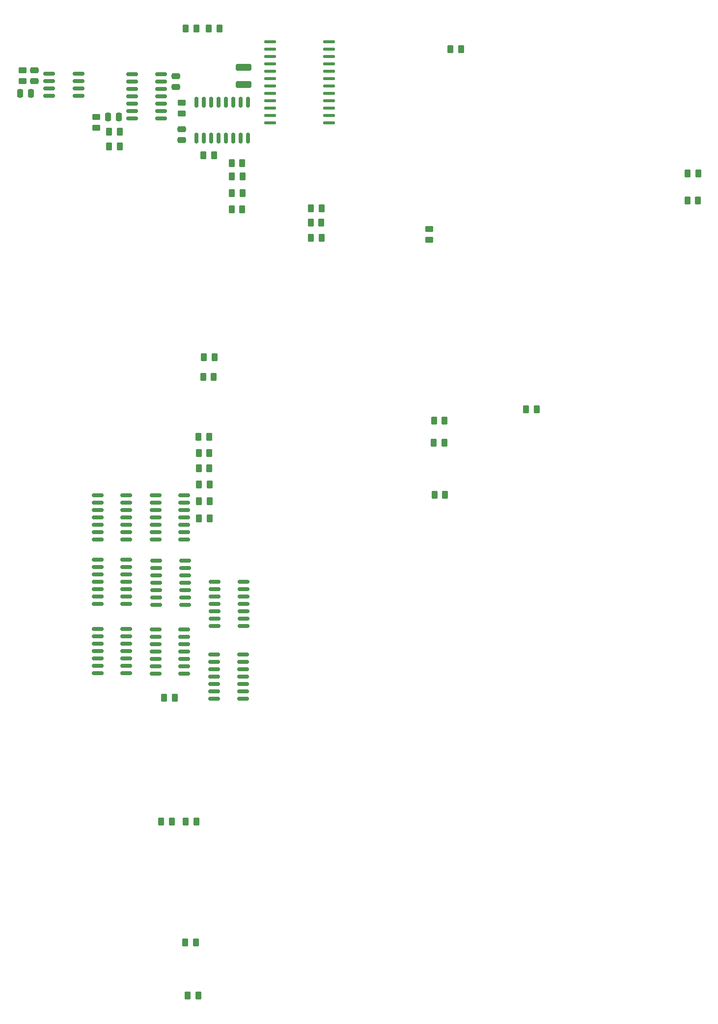
<source format=gtp>
%TF.GenerationSoftware,KiCad,Pcbnew,7.0.10*%
%TF.CreationDate,2024-02-19T01:25:05+02:00*%
%TF.ProjectId,jox030,6a6f7830-3330-42e6-9b69-6361645f7063,rev?*%
%TF.SameCoordinates,Original*%
%TF.FileFunction,Paste,Top*%
%TF.FilePolarity,Positive*%
%FSLAX46Y46*%
G04 Gerber Fmt 4.6, Leading zero omitted, Abs format (unit mm)*
G04 Created by KiCad (PCBNEW 7.0.10) date 2024-02-19 01:25:05*
%MOMM*%
%LPD*%
G01*
G04 APERTURE LIST*
G04 Aperture macros list*
%AMRoundRect*
0 Rectangle with rounded corners*
0 $1 Rounding radius*
0 $2 $3 $4 $5 $6 $7 $8 $9 X,Y pos of 4 corners*
0 Add a 4 corners polygon primitive as box body*
4,1,4,$2,$3,$4,$5,$6,$7,$8,$9,$2,$3,0*
0 Add four circle primitives for the rounded corners*
1,1,$1+$1,$2,$3*
1,1,$1+$1,$4,$5*
1,1,$1+$1,$6,$7*
1,1,$1+$1,$8,$9*
0 Add four rect primitives between the rounded corners*
20,1,$1+$1,$2,$3,$4,$5,0*
20,1,$1+$1,$4,$5,$6,$7,0*
20,1,$1+$1,$6,$7,$8,$9,0*
20,1,$1+$1,$8,$9,$2,$3,0*%
G04 Aperture macros list end*
%ADD10RoundRect,0.250000X0.450000X-0.262500X0.450000X0.262500X-0.450000X0.262500X-0.450000X-0.262500X0*%
%ADD11RoundRect,0.250000X0.262500X0.450000X-0.262500X0.450000X-0.262500X-0.450000X0.262500X-0.450000X0*%
%ADD12RoundRect,0.250000X0.475000X-0.250000X0.475000X0.250000X-0.475000X0.250000X-0.475000X-0.250000X0*%
%ADD13RoundRect,0.250000X-0.262500X-0.450000X0.262500X-0.450000X0.262500X0.450000X-0.262500X0.450000X0*%
%ADD14RoundRect,0.250000X0.250000X0.475000X-0.250000X0.475000X-0.250000X-0.475000X0.250000X-0.475000X0*%
%ADD15RoundRect,0.150000X0.825000X0.150000X-0.825000X0.150000X-0.825000X-0.150000X0.825000X-0.150000X0*%
%ADD16RoundRect,0.250000X-1.100000X0.325000X-1.100000X-0.325000X1.100000X-0.325000X1.100000X0.325000X0*%
%ADD17RoundRect,0.150000X-0.825000X-0.150000X0.825000X-0.150000X0.825000X0.150000X-0.825000X0.150000X0*%
%ADD18RoundRect,0.162500X-0.825000X-0.162500X0.825000X-0.162500X0.825000X0.162500X-0.825000X0.162500X0*%
%ADD19RoundRect,0.250000X-0.450000X0.262500X-0.450000X-0.262500X0.450000X-0.262500X0.450000X0.262500X0*%
%ADD20RoundRect,0.250000X-0.475000X0.250000X-0.475000X-0.250000X0.475000X-0.250000X0.475000X0.250000X0*%
%ADD21RoundRect,0.137500X0.862500X0.137500X-0.862500X0.137500X-0.862500X-0.137500X0.862500X-0.137500X0*%
%ADD22RoundRect,0.162500X-0.162500X0.750000X-0.162500X-0.750000X0.162500X-0.750000X0.162500X0.750000X0*%
G04 APERTURE END LIST*
D10*
%TO.C,R36*%
X86360000Y-50618400D03*
X86360000Y-48793400D03*
%TD*%
D11*
%TO.C,R2*%
X88995000Y-81750000D03*
X87170000Y-81750000D03*
%TD*%
D10*
%TO.C,R27*%
X28956000Y-31289000D03*
X28956000Y-29464000D03*
%TD*%
D12*
%TO.C,C10*%
X43688000Y-33462000D03*
X43688000Y-31562000D03*
%TD*%
D13*
%TO.C,R30*%
X44403000Y-14224000D03*
X46228000Y-14224000D03*
%TD*%
D11*
%TO.C,R35*%
X42465000Y-129540000D03*
X40640000Y-129540000D03*
%TD*%
D14*
%TO.C,C11*%
X32888000Y-29464000D03*
X30988000Y-29464000D03*
%TD*%
D11*
%TO.C,R21*%
X48412500Y-84560000D03*
X46587500Y-84560000D03*
%TD*%
%TO.C,R20*%
X46228000Y-150876000D03*
X44403000Y-150876000D03*
%TD*%
D15*
%TO.C,U27*%
X40132000Y-29718000D03*
X40132000Y-28448000D03*
X40132000Y-27178000D03*
X40132000Y-25908000D03*
X40132000Y-24638000D03*
X40132000Y-23368000D03*
X40132000Y-22098000D03*
X35182000Y-22098000D03*
X35182000Y-23368000D03*
X35182000Y-24638000D03*
X35182000Y-25908000D03*
X35182000Y-27178000D03*
X35182000Y-28448000D03*
X35182000Y-29718000D03*
%TD*%
D13*
%TO.C,R11*%
X46687500Y-98610000D03*
X48512500Y-98610000D03*
%TD*%
%TO.C,R25*%
X44704000Y-180848000D03*
X46529000Y-180848000D03*
%TD*%
%TO.C,R22*%
X40132000Y-150876000D03*
X41957000Y-150876000D03*
%TD*%
D10*
%TO.C,R23*%
X43688000Y-28852500D03*
X43688000Y-27027500D03*
%TD*%
D13*
%TO.C,R7*%
X52317500Y-37440000D03*
X54142500Y-37440000D03*
%TD*%
%TO.C,R18*%
X90019500Y-17780000D03*
X91844500Y-17780000D03*
%TD*%
%TO.C,R15*%
X47527500Y-70830000D03*
X49352500Y-70830000D03*
%TD*%
%TO.C,R9*%
X52337500Y-42570000D03*
X54162500Y-42570000D03*
%TD*%
D16*
%TO.C,C8*%
X54356000Y-20877000D03*
X54356000Y-23827000D03*
%TD*%
D13*
%TO.C,R34*%
X103047500Y-79850000D03*
X104872500Y-79850000D03*
%TD*%
%TO.C,R8*%
X52335000Y-39730000D03*
X54160000Y-39730000D03*
%TD*%
%TO.C,R17*%
X46617500Y-87350000D03*
X48442500Y-87350000D03*
%TD*%
%TO.C,R33*%
X130857500Y-43820000D03*
X132682500Y-43820000D03*
%TD*%
%TO.C,R10*%
X52317500Y-45340000D03*
X54142500Y-45340000D03*
%TD*%
D17*
%TO.C,U15*%
X29190000Y-94630000D03*
X29190000Y-95900000D03*
X29190000Y-97170000D03*
X29190000Y-98440000D03*
X29190000Y-99710000D03*
X29190000Y-100980000D03*
X29190000Y-102250000D03*
X34140000Y-102250000D03*
X34140000Y-100980000D03*
X34140000Y-99710000D03*
X34140000Y-98440000D03*
X34140000Y-97170000D03*
X34140000Y-95900000D03*
X34140000Y-94630000D03*
%TD*%
D12*
%TO.C,C14*%
X18288000Y-23302000D03*
X18288000Y-21402000D03*
%TD*%
D17*
%TO.C,U30*%
X49405000Y-109580000D03*
X49405000Y-110850000D03*
X49405000Y-112120000D03*
X49405000Y-113390000D03*
X49405000Y-114660000D03*
X49405000Y-115930000D03*
X49405000Y-117200000D03*
X54355000Y-117200000D03*
X54355000Y-115930000D03*
X54355000Y-114660000D03*
X54355000Y-113390000D03*
X54355000Y-112120000D03*
X54355000Y-110850000D03*
X54355000Y-109580000D03*
%TD*%
D18*
%TO.C,U28*%
X20830500Y-21971000D03*
X20830500Y-23241000D03*
X20830500Y-24511000D03*
X20830500Y-25781000D03*
X25905500Y-25781000D03*
X25905500Y-24511000D03*
X25905500Y-23241000D03*
X25905500Y-21971000D03*
%TD*%
D13*
%TO.C,R28*%
X48363500Y-14224000D03*
X50188500Y-14224000D03*
%TD*%
D19*
%TO.C,R29*%
X16256000Y-21439500D03*
X16256000Y-23264500D03*
%TD*%
D17*
%TO.C,U17*%
X39200000Y-117790000D03*
X39200000Y-119060000D03*
X39200000Y-120330000D03*
X39200000Y-121600000D03*
X39200000Y-122870000D03*
X39200000Y-124140000D03*
X39200000Y-125410000D03*
X44150000Y-125410000D03*
X44150000Y-124140000D03*
X44150000Y-122870000D03*
X44150000Y-121600000D03*
X44150000Y-120330000D03*
X44150000Y-119060000D03*
X44150000Y-117790000D03*
%TD*%
D13*
%TO.C,R26*%
X47451000Y-36068000D03*
X49276000Y-36068000D03*
%TD*%
D17*
%TO.C,U26*%
X39300000Y-105870000D03*
X39300000Y-107140000D03*
X39300000Y-108410000D03*
X39300000Y-109680000D03*
X39300000Y-110950000D03*
X39300000Y-112220000D03*
X39300000Y-113490000D03*
X44250000Y-113490000D03*
X44250000Y-112220000D03*
X44250000Y-110950000D03*
X44250000Y-109680000D03*
X44250000Y-108410000D03*
X44250000Y-107140000D03*
X44250000Y-105870000D03*
%TD*%
D20*
%TO.C,C9*%
X42672000Y-22418000D03*
X42672000Y-24318000D03*
%TD*%
D21*
%TO.C,U21*%
X69088000Y-30480000D03*
X69088000Y-29210000D03*
X69088000Y-27940000D03*
X69088000Y-26670000D03*
X69088000Y-25400000D03*
X69088000Y-24130000D03*
X69088000Y-22860000D03*
X69088000Y-21590000D03*
X69088000Y-20320000D03*
X69088000Y-19050000D03*
X69088000Y-17780000D03*
X69088000Y-16510000D03*
X58928000Y-16510000D03*
X58928000Y-17780000D03*
X58928000Y-19050000D03*
X58928000Y-20320000D03*
X58928000Y-21590000D03*
X58928000Y-22860000D03*
X58928000Y-24130000D03*
X58928000Y-25400000D03*
X58928000Y-26670000D03*
X58928000Y-27940000D03*
X58928000Y-29210000D03*
X58928000Y-30480000D03*
%TD*%
D14*
%TO.C,C15*%
X17714000Y-25400000D03*
X15814000Y-25400000D03*
%TD*%
D13*
%TO.C,R32*%
X31195000Y-32004000D03*
X33020000Y-32004000D03*
%TD*%
%TO.C,R14*%
X47377500Y-74270000D03*
X49202500Y-74270000D03*
%TD*%
D17*
%TO.C,U4*%
X39190000Y-94630000D03*
X39190000Y-95900000D03*
X39190000Y-97170000D03*
X39190000Y-98440000D03*
X39190000Y-99710000D03*
X39190000Y-100980000D03*
X39190000Y-102250000D03*
X44140000Y-102250000D03*
X44140000Y-100980000D03*
X44140000Y-99710000D03*
X44140000Y-98440000D03*
X44140000Y-97170000D03*
X44140000Y-95900000D03*
X44140000Y-94630000D03*
%TD*%
D11*
%TO.C,R4*%
X67802500Y-50270000D03*
X65977500Y-50270000D03*
%TD*%
D22*
%TO.C,U24*%
X55118000Y-26924000D03*
X53848000Y-26924000D03*
X52578000Y-26924000D03*
X51308000Y-26924000D03*
X50038000Y-26924000D03*
X48768000Y-26924000D03*
X47498000Y-26924000D03*
X46228000Y-26924000D03*
X46228000Y-33099000D03*
X47498000Y-33099000D03*
X48768000Y-33099000D03*
X50038000Y-33099000D03*
X51308000Y-33099000D03*
X52578000Y-33099000D03*
X53848000Y-33099000D03*
X55118000Y-33099000D03*
%TD*%
D17*
%TO.C,U19*%
X29190000Y-117680000D03*
X29190000Y-118950000D03*
X29190000Y-120220000D03*
X29190000Y-121490000D03*
X29190000Y-122760000D03*
X29190000Y-124030000D03*
X29190000Y-125300000D03*
X34140000Y-125300000D03*
X34140000Y-124030000D03*
X34140000Y-122760000D03*
X34140000Y-121490000D03*
X34140000Y-120220000D03*
X34140000Y-118950000D03*
X34140000Y-117680000D03*
%TD*%
D13*
%TO.C,R16*%
X46687500Y-95630000D03*
X48512500Y-95630000D03*
%TD*%
%TO.C,R24*%
X130907500Y-39190000D03*
X132732500Y-39190000D03*
%TD*%
D17*
%TO.C,U25*%
X29190000Y-105720000D03*
X29190000Y-106990000D03*
X29190000Y-108260000D03*
X29190000Y-109530000D03*
X29190000Y-110800000D03*
X29190000Y-112070000D03*
X29190000Y-113340000D03*
X34140000Y-113340000D03*
X34140000Y-112070000D03*
X34140000Y-110800000D03*
X34140000Y-109530000D03*
X34140000Y-108260000D03*
X34140000Y-106990000D03*
X34140000Y-105720000D03*
%TD*%
D11*
%TO.C,R5*%
X67765000Y-47690000D03*
X65940000Y-47690000D03*
%TD*%
D13*
%TO.C,R3*%
X46685000Y-92780000D03*
X48510000Y-92780000D03*
%TD*%
%TO.C,R1*%
X44299500Y-171704000D03*
X46124500Y-171704000D03*
%TD*%
D11*
%TO.C,R6*%
X67780000Y-45200000D03*
X65955000Y-45200000D03*
%TD*%
D17*
%TO.C,U31*%
X49310000Y-122120000D03*
X49310000Y-123390000D03*
X49310000Y-124660000D03*
X49310000Y-125930000D03*
X49310000Y-127200000D03*
X49310000Y-128470000D03*
X49310000Y-129740000D03*
X54260000Y-129740000D03*
X54260000Y-128470000D03*
X54260000Y-127200000D03*
X54260000Y-125930000D03*
X54260000Y-124660000D03*
X54260000Y-123390000D03*
X54260000Y-122120000D03*
%TD*%
D13*
%TO.C,R31*%
X31195000Y-34544000D03*
X33020000Y-34544000D03*
%TD*%
%TO.C,R19*%
X46647500Y-90010000D03*
X48472500Y-90010000D03*
%TD*%
D11*
%TO.C,R13*%
X88972500Y-85600000D03*
X87147500Y-85600000D03*
%TD*%
%TO.C,R12*%
X89082500Y-94550000D03*
X87257500Y-94550000D03*
%TD*%
M02*

</source>
